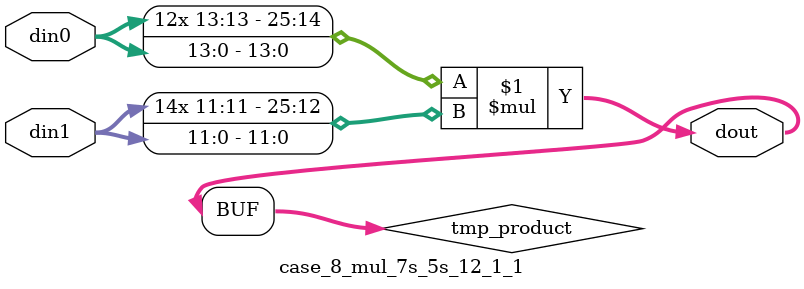
<source format=v>

`timescale 1 ns / 1 ps

 (* use_dsp = "no" *)  module case_8_mul_7s_5s_12_1_1(din0, din1, dout);
parameter ID = 1;
parameter NUM_STAGE = 0;
parameter din0_WIDTH = 14;
parameter din1_WIDTH = 12;
parameter dout_WIDTH = 26;

input [din0_WIDTH - 1 : 0] din0; 
input [din1_WIDTH - 1 : 0] din1; 
output [dout_WIDTH - 1 : 0] dout;

wire signed [dout_WIDTH - 1 : 0] tmp_product;



























assign tmp_product = $signed(din0) * $signed(din1);








assign dout = tmp_product;





















endmodule

</source>
